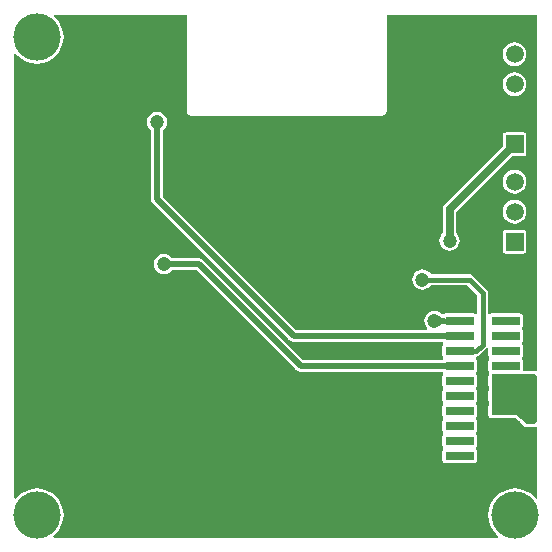
<source format=gbl>
G04 Layer_Physical_Order=2*
G04 Layer_Color=16711680*
%FSTAX24Y24*%
%MOIN*%
G70*
G01*
G75*
%ADD18R,0.0591X0.0591*%
%ADD21C,0.0150*%
%ADD23C,0.0250*%
%ADD24C,0.0200*%
%ADD26C,0.0591*%
%ADD27C,0.1575*%
%ADD28C,0.0472*%
%ADD29C,0.0500*%
%ADD30R,0.0945X0.0291*%
G36*
X044149Y032298D02*
X044099Y032264D01*
X044085Y032267D01*
X043981D01*
X043972Y03227D01*
X043884Y032282D01*
X043796Y03227D01*
X043787Y032267D01*
X04369D01*
X043665Y032297D01*
Y032589D01*
X043657Y032628D01*
X043635Y032661D01*
X043632Y032663D01*
Y032723D01*
X043635Y032725D01*
X043657Y032758D01*
X043665Y032797D01*
Y033089D01*
X043657Y033128D01*
X043635Y033161D01*
X043632Y033163D01*
Y033223D01*
X043635Y033225D01*
X043657Y033258D01*
X043665Y033297D01*
Y033589D01*
X043657Y033628D01*
X043635Y033661D01*
X043632Y033663D01*
Y033723D01*
X043635Y033725D01*
X043657Y033758D01*
X043665Y033797D01*
Y034089D01*
X043657Y034128D01*
X043635Y034161D01*
X043602Y034183D01*
X043563Y034191D01*
X042618D01*
X042579Y034183D01*
X042551Y034164D01*
X042527Y03417D01*
X042501Y034184D01*
Y034882D01*
X042488Y03495D01*
X042449Y035008D01*
X042449Y035008D01*
X042016Y035441D01*
X041958Y03548D01*
X04189Y035493D01*
X040602D01*
X040555Y035555D01*
X040485Y035609D01*
X040403Y035643D01*
X040315Y035654D01*
X040227Y035643D01*
X040145Y035609D01*
X040075Y035555D01*
X040021Y035485D01*
X039987Y035403D01*
X039976Y035315D01*
X039987Y035227D01*
X040021Y035145D01*
X040075Y035075D01*
X040145Y035021D01*
X040227Y034987D01*
X040315Y034976D01*
X040403Y034987D01*
X040485Y035021D01*
X040555Y035075D01*
X040602Y035137D01*
X041816D01*
X042144Y034808D01*
Y034184D01*
X042118Y03417D01*
X042094Y034164D01*
X042067Y034183D01*
X042028Y034191D01*
X041083D01*
X041057Y034185D01*
X041056Y034185D01*
X041056Y034185D01*
X041044Y034183D01*
X041011Y034161D01*
X04096Y034176D01*
X040958Y034178D01*
X040954Y034183D01*
X040884Y034237D01*
X040802Y03427D01*
X040715Y034282D01*
X040627Y03427D01*
X040545Y034237D01*
X040475Y034183D01*
X040421Y034112D01*
X040387Y034031D01*
X040375Y033943D01*
X040387Y033855D01*
X040421Y033773D01*
X040475Y033703D01*
X040483Y033697D01*
X040466Y033647D01*
X036108D01*
X031674Y038081D01*
Y040303D01*
X03171Y04033D01*
X031764Y0404D01*
X031798Y040482D01*
X031809Y04057D01*
X031798Y040658D01*
X031764Y04074D01*
X03171Y04081D01*
X03164Y040864D01*
X031558Y040898D01*
X03147Y040909D01*
X031382Y040898D01*
X0313Y040864D01*
X03123Y04081D01*
X031176Y04074D01*
X031142Y040658D01*
X031131Y04057D01*
X031142Y040482D01*
X031176Y0404D01*
X03123Y04033D01*
X031266Y040303D01*
Y037997D01*
X031282Y037919D01*
X031326Y037852D01*
X035879Y033299D01*
X035946Y033255D01*
X036024Y033239D01*
X041001D01*
X041011Y033225D01*
X041014Y033223D01*
Y033163D01*
X041011Y033161D01*
X040988Y033128D01*
X040981Y033089D01*
Y032797D01*
X040988Y032758D01*
X041011Y032725D01*
X041001Y032678D01*
X04097Y032647D01*
X036342D01*
X033018Y035971D01*
X032952Y036015D01*
X032874Y036031D01*
X03196D01*
X031933Y036067D01*
X031862Y03612D01*
X031781Y036154D01*
X031693Y036166D01*
X031605Y036154D01*
X031523Y03612D01*
X031453Y036067D01*
X031399Y035996D01*
X031365Y035915D01*
X031354Y035827D01*
X031365Y035739D01*
X031399Y035657D01*
X031453Y035587D01*
X031523Y035533D01*
X031605Y035499D01*
X031693Y035488D01*
X031781Y035499D01*
X031862Y035533D01*
X031933Y035587D01*
X03196Y035623D01*
X03279D01*
X036114Y032299D01*
X03618Y032255D01*
X036258Y032239D01*
X041001D01*
X041011Y032225D01*
X041014Y032223D01*
Y032163D01*
X041011Y032161D01*
X040988Y032128D01*
X040981Y032089D01*
Y031797D01*
X040988Y031758D01*
X041011Y031725D01*
X041014Y031723D01*
Y031663D01*
X041011Y031661D01*
X040988Y031628D01*
X040981Y031589D01*
Y031297D01*
X040988Y031258D01*
X041011Y031225D01*
X041014Y031223D01*
Y031163D01*
X041011Y031161D01*
X040988Y031128D01*
X040981Y031089D01*
Y030797D01*
X040988Y030758D01*
X041011Y030725D01*
X041014Y030723D01*
Y030663D01*
X041011Y030661D01*
X040988Y030628D01*
X040981Y030589D01*
Y030297D01*
X040988Y030258D01*
X041011Y030225D01*
X041014Y030223D01*
Y030163D01*
X041011Y030161D01*
X040988Y030128D01*
X040981Y030089D01*
Y029797D01*
X040988Y029758D01*
X041011Y029725D01*
X041014Y029723D01*
Y029663D01*
X041011Y029661D01*
X040988Y029628D01*
X040981Y029589D01*
Y029297D01*
X040988Y029258D01*
X041011Y029225D01*
X041044Y029203D01*
X041083Y029195D01*
X042028D01*
X042067Y029203D01*
X0421Y029225D01*
X042122Y029258D01*
X04213Y029297D01*
Y029589D01*
X042122Y029628D01*
X0421Y029661D01*
X042096Y029663D01*
Y029723D01*
X0421Y029725D01*
X042122Y029758D01*
X04213Y029797D01*
Y030089D01*
X042122Y030128D01*
X0421Y030161D01*
X042096Y030163D01*
Y030223D01*
X0421Y030225D01*
X042122Y030258D01*
X04213Y030297D01*
Y030589D01*
X042122Y030628D01*
X0421Y030661D01*
X042096Y030663D01*
Y030723D01*
X0421Y030725D01*
X042122Y030758D01*
X04213Y030797D01*
Y031089D01*
X042122Y031128D01*
X0421Y031161D01*
X042096Y031163D01*
Y031223D01*
X0421Y031225D01*
X042122Y031258D01*
X04213Y031297D01*
Y031589D01*
X042122Y031628D01*
X0421Y031661D01*
X042096Y031663D01*
Y031723D01*
X0421Y031725D01*
X042122Y031758D01*
X04213Y031797D01*
Y032089D01*
X042122Y032128D01*
X0421Y032161D01*
X042096Y032163D01*
Y032223D01*
X0421Y032225D01*
X042122Y032258D01*
X04213Y032297D01*
Y032589D01*
X042122Y032628D01*
X0421Y032661D01*
X042096Y032663D01*
Y032723D01*
X0421Y032725D01*
X042122Y032758D01*
X042123Y032766D01*
X042184Y032778D01*
X042242Y032817D01*
X042449Y033023D01*
X042466Y033049D01*
X042516Y033034D01*
Y032797D01*
X042524Y032758D01*
X042546Y032725D01*
X042549Y032723D01*
Y032663D01*
X042546Y032661D01*
X042524Y032628D01*
X042516Y032589D01*
Y032297D01*
X042524Y032258D01*
X042545Y032226D01*
X042531Y032204D01*
X042523Y032165D01*
Y032122D01*
X042516Y032089D01*
Y031797D01*
X042523Y031764D01*
Y031622D01*
X042516Y031589D01*
Y031297D01*
X042523Y031264D01*
Y031122D01*
X042516Y031089D01*
Y030797D01*
X042524Y030758D01*
X042546Y030725D01*
X042579Y030703D01*
X042583Y030702D01*
X042586Y030701D01*
X042625Y030693D01*
X043443D01*
X043523Y030612D01*
X043532Y030606D01*
X043539Y030599D01*
X043548Y030595D01*
X043557Y03059D01*
X043558Y03059D01*
X043562Y030587D01*
X043564Y030584D01*
X043564Y030582D01*
X04357Y030574D01*
X043574Y030564D01*
X043581Y030557D01*
X043586Y030549D01*
X043703Y030433D01*
X043736Y030411D01*
X043775Y030403D01*
X044045D01*
X044084Y030411D01*
X044099Y03042D01*
X044149Y030397D01*
Y028033D01*
X044099Y028015D01*
X044036Y028091D01*
X043901Y028202D01*
X043747Y028284D01*
X043579Y028335D01*
X043406Y028352D01*
X043232Y028335D01*
X043064Y028284D01*
X04291Y028202D01*
X042775Y028091D01*
X042664Y027956D01*
X042582Y027802D01*
X042531Y027635D01*
X042514Y027461D01*
X042531Y027287D01*
X042582Y027119D01*
X042664Y026965D01*
X042775Y02683D01*
X042851Y026768D01*
X042833Y026718D01*
X028033D01*
X028015Y026768D01*
X028091Y02683D01*
X028202Y026965D01*
X028284Y027119D01*
X028335Y027287D01*
X028352Y027461D01*
X028335Y027635D01*
X028284Y027802D01*
X028202Y027956D01*
X028091Y028091D01*
X027956Y028202D01*
X027802Y028284D01*
X027635Y028335D01*
X027461Y028352D01*
X027287Y028335D01*
X027119Y028284D01*
X026965Y028202D01*
X02683Y028091D01*
X026768Y028015D01*
X026718Y028033D01*
Y042833D01*
X026768Y042851D01*
X02683Y042775D01*
X026965Y042664D01*
X027119Y042582D01*
X027287Y042531D01*
X027461Y042514D01*
X027635Y042531D01*
X027802Y042582D01*
X027956Y042664D01*
X028091Y042775D01*
X028202Y04291D01*
X028284Y043064D01*
X028335Y043232D01*
X028352Y043406D01*
X028335Y043579D01*
X028284Y043747D01*
X028202Y043901D01*
X028091Y044036D01*
X028015Y044099D01*
X028033Y044149D01*
X032456D01*
Y040925D01*
X032467Y040871D01*
X032497Y040824D01*
X032544Y040793D01*
X032598Y040782D01*
X038976D01*
X039031Y040793D01*
X039077Y040824D01*
X039108Y040871D01*
X039119Y040925D01*
Y044149D01*
X044149D01*
Y032298D01*
D02*
G37*
G36*
X040901Y034091D02*
X040919Y034076D01*
X040938Y034062D01*
X040957Y03405D01*
X040977Y034041D01*
X040997Y034032D01*
X041017Y034026D01*
X041018Y034026D01*
X04103Y034029D01*
X041046Y034035D01*
X04106Y034043D01*
X04107Y034052D01*
X041078Y034062D01*
X041082Y034074D01*
X041084Y034087D01*
Y033799D01*
X041082Y033812D01*
X041078Y033824D01*
X04107Y033834D01*
X04106Y033843D01*
X041046Y033851D01*
X04103Y033857D01*
X041018Y03386D01*
X041017Y03386D01*
X040997Y033853D01*
X040977Y033845D01*
X040957Y033835D01*
X040938Y033824D01*
X040919Y03381D01*
X040901Y033795D01*
X040883Y033778D01*
Y034108D01*
X040901Y034091D01*
D02*
G37*
G36*
X044149Y032101D02*
Y030609D01*
X044045Y030505D01*
X043775D01*
X043658Y030621D01*
X043657Y030628D01*
X043635Y030661D01*
X043602Y030683D01*
X043596Y030684D01*
X043485Y030795D01*
X042625D01*
Y032165D01*
X044085D01*
X044149Y032101D01*
D02*
G37*
%LPC*%
G36*
X043681Y040224D02*
X043091D01*
X043052Y040216D01*
X043018Y040194D01*
X042996Y040161D01*
X042989Y040122D01*
Y039754D01*
X041058Y037824D01*
X041009Y037749D01*
X040991Y037661D01*
Y036862D01*
X040981Y036854D01*
X040927Y036784D01*
X040893Y036702D01*
X040881Y036614D01*
X040893Y036526D01*
X040927Y036445D01*
X040981Y036374D01*
X041051Y03632D01*
X041133Y036287D01*
X04122Y036275D01*
X041308Y036287D01*
X04139Y03632D01*
X04146Y036374D01*
X041514Y036445D01*
X041548Y036526D01*
X04156Y036614D01*
X041548Y036702D01*
X041514Y036784D01*
X04146Y036854D01*
X04145Y036862D01*
Y037566D01*
X043313Y03943D01*
X043681D01*
X04372Y039437D01*
X043753Y039459D01*
X043775Y039492D01*
X043783Y039532D01*
Y040122D01*
X043775Y040161D01*
X043753Y040194D01*
X04372Y040216D01*
X043681Y040224D01*
D02*
G37*
G36*
Y03698D02*
X043091D01*
X043052Y036972D01*
X043018Y03695D01*
X042996Y036917D01*
X042989Y036878D01*
Y036287D01*
X042996Y036248D01*
X043018Y036215D01*
X043052Y036193D01*
X043091Y036185D01*
X043681D01*
X04372Y036193D01*
X043753Y036215D01*
X043775Y036248D01*
X043783Y036287D01*
Y036878D01*
X043775Y036917D01*
X043753Y03695D01*
X04372Y036972D01*
X043681Y03698D01*
D02*
G37*
G36*
X043386Y042225D02*
X043283Y042212D01*
X043186Y042172D01*
X043104Y042109D01*
X043041Y042026D01*
X043001Y04193D01*
X042987Y041827D01*
X043001Y041724D01*
X043041Y041627D01*
X043104Y041545D01*
X043186Y041481D01*
X043283Y041442D01*
X043386Y041428D01*
X043489Y041442D01*
X043585Y041481D01*
X043668Y041545D01*
X043731Y041627D01*
X043771Y041724D01*
X043785Y041827D01*
X043771Y04193D01*
X043731Y042026D01*
X043668Y042109D01*
X043585Y042172D01*
X043489Y042212D01*
X043386Y042225D01*
D02*
G37*
G36*
Y043225D02*
X043283Y043212D01*
X043186Y043172D01*
X043104Y043109D01*
X043041Y043026D01*
X043001Y04293D01*
X042987Y042827D01*
X043001Y042724D01*
X043041Y042627D01*
X043104Y042545D01*
X043186Y042481D01*
X043283Y042442D01*
X043386Y042428D01*
X043489Y042442D01*
X043585Y042481D01*
X043668Y042545D01*
X043731Y042627D01*
X043771Y042724D01*
X043785Y042827D01*
X043771Y04293D01*
X043731Y043026D01*
X043668Y043109D01*
X043585Y043172D01*
X043489Y043212D01*
X043386Y043225D01*
D02*
G37*
G36*
Y037981D02*
X043283Y037968D01*
X043186Y037928D01*
X043104Y037865D01*
X043041Y037782D01*
X043001Y037686D01*
X042987Y037583D01*
X043001Y037479D01*
X043041Y037383D01*
X043104Y037301D01*
X043186Y037237D01*
X043283Y037198D01*
X043386Y037184D01*
X043489Y037198D01*
X043585Y037237D01*
X043668Y037301D01*
X043731Y037383D01*
X043771Y037479D01*
X043785Y037583D01*
X043771Y037686D01*
X043731Y037782D01*
X043668Y037865D01*
X043585Y037928D01*
X043489Y037968D01*
X043386Y037981D01*
D02*
G37*
G36*
Y038981D02*
X043283Y038968D01*
X043186Y038928D01*
X043104Y038865D01*
X043041Y038782D01*
X043001Y038686D01*
X042987Y038583D01*
X043001Y038479D01*
X043041Y038383D01*
X043104Y038301D01*
X043186Y038237D01*
X043283Y038198D01*
X043386Y038184D01*
X043489Y038198D01*
X043585Y038237D01*
X043668Y038301D01*
X043731Y038383D01*
X043771Y038479D01*
X043785Y038583D01*
X043771Y038686D01*
X043731Y038782D01*
X043668Y038865D01*
X043585Y038928D01*
X043489Y038968D01*
X043386Y038981D01*
D02*
G37*
%LPD*%
D18*
Y036583D02*
D03*
Y039827D02*
D03*
D21*
X040715Y033943D02*
X041555D01*
X043091Y031943D02*
X043884D01*
X043091Y030943D02*
X043703D01*
X043898Y030748D01*
X043091Y031443D02*
X043793D01*
X043898Y031339D01*
X041555Y032943D02*
X042116D01*
X042323Y03315D01*
X040315Y035315D02*
X04189D01*
X042323Y034882D01*
Y03315D02*
Y034882D01*
D23*
X04122Y037661D02*
X043386Y039827D01*
X04122Y036614D02*
Y037661D01*
D24*
X03147Y037997D02*
Y04057D01*
Y037997D02*
X036024Y033443D01*
X041555D01*
X031693Y035827D02*
X032874D01*
X036258Y032443D01*
X041555D01*
D26*
X043386Y038583D02*
D03*
Y037583D02*
D03*
Y040827D02*
D03*
Y041827D02*
D03*
Y042827D02*
D03*
D27*
X043406Y027461D02*
D03*
X027461D02*
D03*
Y043406D02*
D03*
D28*
X043701Y035236D02*
D03*
X042717Y043701D02*
D03*
X041142D02*
D03*
X039567Y041732D02*
D03*
Y042717D02*
D03*
Y043701D02*
D03*
X037795Y040354D02*
D03*
X036417D02*
D03*
X034449D02*
D03*
X032677Y032835D02*
D03*
X031693D02*
D03*
X030709D02*
D03*
X043701Y028543D02*
D03*
X042323Y027165D02*
D03*
X040354D02*
D03*
X037992D02*
D03*
X036024D02*
D03*
X034449D02*
D03*
X032677D02*
D03*
X030709D02*
D03*
X028937D02*
D03*
X027165Y029134D02*
D03*
Y031299D02*
D03*
Y033661D02*
D03*
Y036024D02*
D03*
Y037992D02*
D03*
Y039764D02*
D03*
Y041535D02*
D03*
X029528Y043701D02*
D03*
X030906D02*
D03*
X032087Y041732D02*
D03*
Y042717D02*
D03*
Y043701D02*
D03*
X03147Y04057D02*
D03*
X040715Y033943D02*
D03*
X043898Y031339D02*
D03*
X043884Y031943D02*
D03*
X043898Y030748D02*
D03*
X04122Y036614D02*
D03*
X040315Y035315D02*
D03*
X031693Y035827D02*
D03*
D29*
X035039Y032776D02*
D03*
X038681Y034252D02*
D03*
X042717Y035335D02*
D03*
X041929Y039665D02*
D03*
X042618Y040354D02*
D03*
X04252Y037894D02*
D03*
X034055Y036713D02*
D03*
X035433D02*
D03*
X036811D02*
D03*
X035787Y035394D02*
D03*
X032972Y03435D02*
D03*
D30*
X041555Y029443D02*
D03*
Y029943D02*
D03*
X041555Y030443D02*
D03*
X041555Y030943D02*
D03*
Y031443D02*
D03*
Y031943D02*
D03*
Y032443D02*
D03*
X041555Y032943D02*
D03*
X041555Y033443D02*
D03*
Y033943D02*
D03*
X043091Y029443D02*
D03*
Y029943D02*
D03*
Y030443D02*
D03*
Y030943D02*
D03*
Y031443D02*
D03*
Y031943D02*
D03*
Y032443D02*
D03*
Y032943D02*
D03*
Y033443D02*
D03*
Y033943D02*
D03*
M02*

</source>
